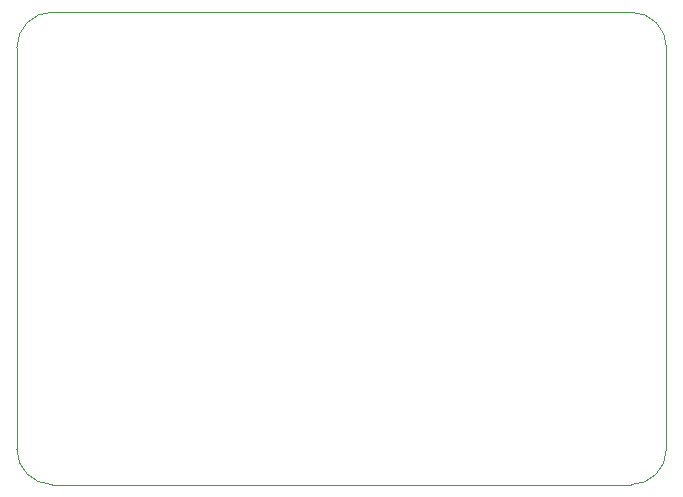
<source format=gbr>
%TF.GenerationSoftware,KiCad,Pcbnew,7.0.2-0*%
%TF.CreationDate,2023-10-31T10:36:30-04:00*%
%TF.ProjectId,WiringHarness,57697269-6e67-4486-9172-6e6573732e6b,rev?*%
%TF.SameCoordinates,Original*%
%TF.FileFunction,Profile,NP*%
%FSLAX46Y46*%
G04 Gerber Fmt 4.6, Leading zero omitted, Abs format (unit mm)*
G04 Created by KiCad (PCBNEW 7.0.2-0) date 2023-10-31 10:36:30*
%MOMM*%
%LPD*%
G01*
G04 APERTURE LIST*
%TA.AperFunction,Profile*%
%ADD10C,0.100000*%
%TD*%
G04 APERTURE END LIST*
D10*
X179000000Y-75750000D02*
X130000000Y-75750000D01*
X130000000Y-115750000D02*
X179000000Y-115750000D01*
X179000000Y-115750000D02*
G75*
G03*
X182000000Y-112750000I0J3000000D01*
G01*
X127000000Y-78750000D02*
X127000000Y-112750000D01*
X182000000Y-78750000D02*
G75*
G03*
X179000000Y-75750000I-3000000J0D01*
G01*
X127000000Y-112750000D02*
G75*
G03*
X130000000Y-115750000I3000000J0D01*
G01*
X182000000Y-112750000D02*
X182000000Y-78750000D01*
X130000000Y-75750000D02*
G75*
G03*
X127000000Y-78750000I0J-3000000D01*
G01*
M02*

</source>
